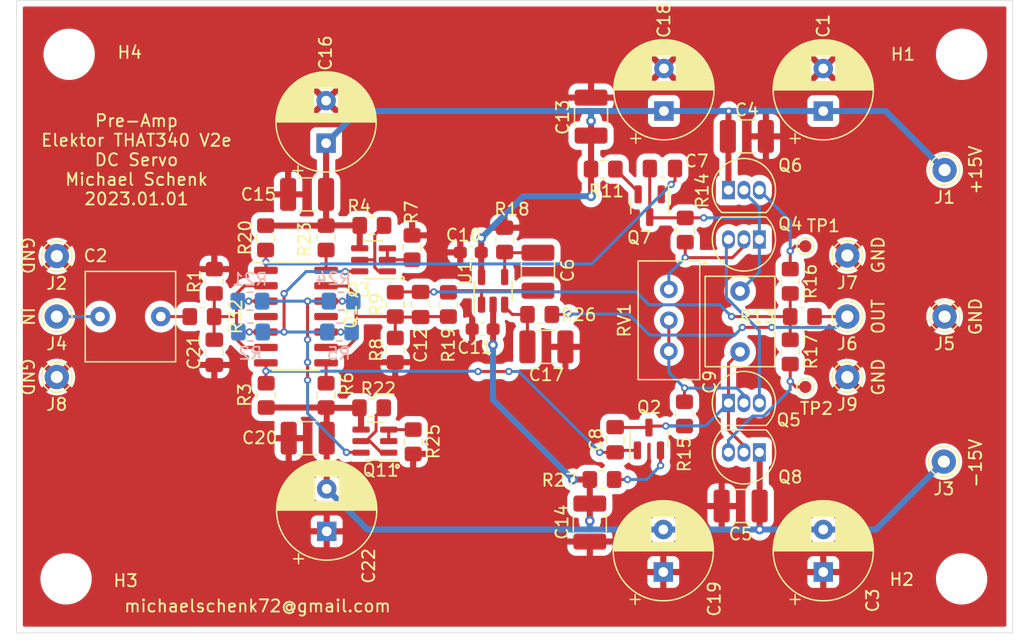
<source format=kicad_pcb>
(kicad_pcb (version 20211014) (generator pcbnew)
  (layers (0 "F.Cu" signal) (31 "B.Cu" signal) (34 "B.Paste" user) (35 "F.Paste" user) (36 "B.SilkS" user "B.Silkscreen") (37 "F.SilkS" user "F.Silkscreen") (38 "B.Mask" user) (39 "F.Mask" user) (44 "Edge.Cuts" user))
  (net 0 "")
  (net 1 "GND")
  (net 2 "+15V")
  (net 3 "Net-(C2-Pad2)")
  (net 4 "Net-(C2-Pad1)")
  (net 5 "-15V")
  (net 6 "Net-(Q2-Pad2)")
  (net 7 "Net-(Q7-Pad2)")
  (net 8 "Net-(C12-Pad2)")
  (net 9 "Net-(C12-Pad1)")
  (net 10 "Net-(Q11-Pad1)")
  (net 11 "Net-(Q11-Pad6)")
  (net 12 "Net-(Q11-Pad2)")
  (net 13 "Net-(Q1-Pad1)")
  (net 14 "Net-(Q1-Pad7)")
  (net 15 "Net-(Q1-Pad3)")
  (net 16 "Net-(Q3-Pad6)")
  (net 17 "Net-(Q3-Pad1)")
  (net 18 "Net-(Q3-Pad2)")
  (net 19 "Net-(C9-Pad2)")
  (net 20 "Net-(C9-Pad1)")
  (net 21 "Net-(Q4-Pad3)")
  (net 22 "Net-(Q4-Pad2)")
  (net 23 "Net-(Q5-Pad2)")
  (net 24 "Net-(Q6-Pad3)")
  (net 25 "Net-(Q1-Pad5)")
  (net 26 "Net-(Q8-Pad3)")
  (net 27 "Net-(C21-Pad2)")
  (net 28 "Net-(C6-Pad2)")
  (net 29 "DCSERVO_OUT")
  (net 30 "Net-(C17-Pad2)")
  (net 31 "DCSERVO_IN")
  (net 32 "Net-(Q1-Pad8)")
  (net 33 "Net-(Q1-Pad10)")
  (net 34 "Net-(Q1-Pad12)")
  (net 35 "Net-(Q1-Pad14)")
  (footprint "Capacitor_THT:CP_Radial_D8.0mm_P3.50mm" (layer "F.Cu") (at 188.2648 105.0036 90)
    (fp_text reference "C1")
    (fp_text value "220uF")
  )
  (footprint "Capacitor_THT:C_Rect_L7.2mm_W7.2mm_P5.00mm_FKS2_FKP2_MKS2_MKP2" (layer "F.Cu") (at 133.778 121.92 180)
    (fp_text reference "C2")
    (fp_text value "3.3uF")
  )
  (footprint "Capacitor_SMD:C_1210_3225Metric_Pad1.33x2.70mm_HandSolder" (layer "F.Cu") (at 181.4699 137.5156 180)
    (fp_text reference "C5")
    (fp_text value "100nF")
  )
  (footprint "Connector_Pin:Pin_D1.0mm_L10.0mm" (layer "F.Cu") (at 125.222 116.9416)
    (fp_text reference "J2")
    (fp_text value "Conn_01x01")
  )
  (footprint "Connector_Pin:Pin_D1.0mm_L10.0mm" (layer "F.Cu") (at 125.222 121.92)
    (fp_text reference "J4")
    (fp_text value "Conn_01x01")
  )
  (footprint "Package_TO_SOT_SMD:SOT-23" (layer "F.Cu") (at 173.99 112.792 -90)
    (fp_text reference "Q7")
    (fp_text value "BC860C")
  )
  (footprint "Resistor_SMD:R_0805_2012Metric_Pad1.20x1.40mm_HandSolder" (layer "F.Cu") (at 138.176 119.015 90)
    (fp_text reference "R1")
    (fp_text value "10k")
  )
  (footprint "Resistor_SMD:R_0805_2012Metric_Pad1.20x1.40mm_HandSolder" (layer "F.Cu") (at 142.4432 128.4064 -90)
    (fp_text reference "R3")
    (fp_text value "806R")
  )
  (footprint "Resistor_SMD:R_0805_2012Metric_Pad1.20x1.40mm_HandSolder" (layer "F.Cu") (at 151.1369 114.4168)
    (fp_text reference "R4")
    (fp_text value "140R")
  )
  (footprint "Resistor_SMD:R_0805_2012Metric_Pad1.20x1.40mm_HandSolder" (layer "F.Cu") (at 147.3708 128.4064 -90)
    (fp_text reference "R6")
    (fp_text value "806R")
  )
  (footprint "Resistor_SMD:R_0805_2012Metric_Pad1.20x1.40mm_HandSolder" (layer "F.Cu") (at 153.0604 120.92 -90)
    (fp_text reference "R9")
    (fp_text value "10k")
  )
  (footprint "MountingHole:MountingHole_3.2mm_M3" (layer "F.Cu") (at 199.644 143.51)
    (fp_text reference "H2")
    (fp_text value "MountingHole")
  )
  (footprint "MountingHole:MountingHole_3.2mm_M3" (layer "F.Cu") (at 199.644 100.33)
    (fp_text reference "H1")
    (fp_text value "MountingHole")
  )
  (footprint "Resistor_SMD:R_0805_2012Metric_Pad1.20x1.40mm_HandSolder" (layer "F.Cu") (at 170.164 109.7788)
    (fp_text reference "R11")
    (fp_text value "249R")
  )
  (footprint "MountingHole:MountingHole_3.2mm_M3" (layer "F.Cu") (at 126.238 100.33)
    (fp_text reference "H4")
    (fp_text value "MountingHole")
  )
  (footprint "Resistor_SMD:R_0805_2012Metric_Pad1.20x1.40mm_HandSolder" (layer "F.Cu") (at 153.0604 124.6773 -90)
    (fp_text reference "R8")
    (fp_text value "4.7k")
  )
  (footprint "Capacitor_SMD:C_0805_2012Metric_Pad1.18x1.45mm_HandSolder" (layer "F.Cu") (at 155.1432 120.9255 -90)
    (fp_text reference "C12")
    (fp_text value "4.7pF")
  )
  (footprint "Capacitor_SMD:C_1210_3225Metric_Pad1.33x2.70mm_HandSolder" (layer "F.Cu") (at 169.0624 138.8749 -90)
    (fp_text reference "C14")
    (fp_text value "100nF")
  )
  (footprint "Resistor_SMD:R_0805_2012Metric_Pad1.20x1.40mm_HandSolder" (layer "F.Cu") (at 154.4422 116.2362 90)
    (fp_text reference "R7")
    (fp_text value "10k")
  )
  (footprint "Connector_Pin:Pin_D1.0mm_L10.0mm" (layer "F.Cu") (at 190.246 121.92)
    (fp_text reference "J6")
    (fp_text value "Conn_01x01")
  )
  (footprint "Connector_Pin:Pin_D1.0mm_L10.0mm" (layer "F.Cu") (at 190.246 116.8908)
    (fp_text reference "J7")
    (fp_text value "Conn_01x01")
  )
  (footprint "Resistor_SMD:R_0805_2012Metric_Pad1.20x1.40mm_HandSolder" (layer "F.Cu") (at 142.3924 115.4336 -90)
    (fp_text reference "R20")
    (fp_text value "806R")
  )
  (footprint "Resistor_SMD:R_0805_2012Metric_Pad1.20x1.40mm_HandSolder" (layer "F.Cu") (at 151.114 129.4318 180)
    (fp_text reference "R22")
    (fp_text value "140R")
  )
  (footprint "Resistor_SMD:R_0805_2012Metric_Pad1.20x1.40mm_HandSolder" (layer "F.Cu") (at 147.3708 115.4336 -90)
    (fp_text reference "R23")
    (fp_text value "806R")
  )
  (footprint "Resistor_SMD:R_0805_2012Metric_Pad1.20x1.40mm_HandSolder" (layer "F.Cu") (at 154.5336 132.2235 90)
    (fp_text reference "R25")
    (fp_text value "10k")
  )
  (footprint "Resistor_SMD:R_0805_2012Metric_Pad1.20x1.40mm_HandSolder" (layer "F.Cu") (at 170.0624 135.3312 180)
    (fp_text reference "R27")
    (fp_text value "249R")
  )
  (footprint "Connector_Pin:Pin_D1.0mm_L10.0mm" (layer "F.Cu") (at 198.247 109.855)
    (fp_text reference "J1")
    (fp_text value "Conn_01x01")
  )
  (footprint "Connector_Pin:Pin_D1.0mm_L10.0mm" (layer "F.Cu") (at 198.1835 133.858)
    (fp_text reference "J3")
    (fp_text value "Conn_01x01")
  )
  (footprint "Connector_Pin:Pin_D1.0mm_L10.0mm" (layer "F.Cu") (at 198.247 121.92)
    (fp_text reference "J5")
    (fp_text value "Conn_01x01")
  )
  (footprint "Capacitor_THT:CP_Radial_D8.0mm_P3.50mm" (layer "F.Cu") (at 175.1584 105 90)
    (fp_text reference "C18")
    (fp_text value "220uF")
  )
  (footprint "Capacitor_THT:CP_Radial_D8.0mm_P3.50mm" (layer "F.Cu") (at 175.1076 142.946 90)
    (fp_text reference "C19")
    (fp_text value "220uF")
  )
  (footprint "Resistor_SMD:R_0805_2012Metric_Pad1.20x1.40mm_HandSolder" (layer "F.Cu") (at 186.547 121.92 180)
    (fp_text reference "R13")
    (fp_text value "47R")
  )
  (footprint "Package_SO:SC-74-6_1.5x2.9mm_P0.95mm" (layer "F.Cu") (at 151.2744 117.2464 180)
    (fp_text reference "Q3")
    (fp_text value "BCM857DS,115")
  )
  (footprint "Package_SO:SC-74-6_1.5x2.9mm_P0.95mm" (layer "F.Cu") (at 151.3848 132.1709 180)
    (fp_text reference "Q11")
    (fp_text value "BCM847DS,115")
  )
  (footprint "Capacitor_SMD:C_1210_3225Metric_Pad1.33x2.70mm_HandSolder" (layer "F.Cu") (at 169.164 105.4608 -90)
    (fp_text reference "C13")
    (fp_text value "100nF")
  )
  (footprint "Package_SO:SOIC-14_3.9x8.7mm_P1.27mm" (layer "F.Cu") (at 144.894537 121.92)
    (fp_text reference "Q1")
    (fp_text value "THAT340")
  )
  (footprint "Capacitor_THT:C_Rect_L7.2mm_W5.5mm_P5.00mm_FKS2_FKP2_MKS2_MKP2" (layer "F.Cu") (at 181.4195 124.8245 90)
    (fp_text reference "C9")
    (fp_text value "1uF")
  )
  (footprint "Package_TO_SOT_SMD:SOT-23" (layer "F.Cu") (at 173.9265 131.9944 90)
    (fp_text reference "Q2")
    (fp_text value "BC850C")
  )
  (footprint "Package_TO_SOT_THT:TO-92_Inline" (layer "F.Cu") (at 183.007 115.57 180)
    (fp_text reference "Q4")
    (fp_text value "BC550C")
  )
  (footprint "Package_TO_SOT_THT:TO-92_Inline" (layer "F.Cu") (at 180.467 129.032)
    (fp_text reference "Q5")
    (fp_text value "BC560C")
  )
  (footprint "Package_TO_SOT_THT:TO-92_Inline" (layer "F.Cu") (at 180.467 111.506)
    (fp_text reference "Q6")
    (fp_text value "BC337-40")
  )
  (footprint "Package_TO_SOT_THT:TO-92_Inline" (layer "F.Cu") (at 183.007 133.096 180)
    (fp_text reference "Q8")
    (fp_text value "BC327-40")
  )
  (footprint "Resistor_SMD:R_0805_2012Metric_Pad1.20x1.40mm_HandSolder" (layer "F.Cu") (at 176.911 114.792 -90)
    (fp_text reference "R14")
    (fp_text value "390R")
  )
  (footprint "Resistor_SMD:R_0805_2012Metric_Pad1.20x1.40mm_HandSolder" (layer "F.Cu") (at 176.8475 129.9309 -90)
    (fp_text reference "R15")
    (fp_text value "390R")
  )
  (footprint "Resistor_SMD:R_0805_2012Metric_Pad1.20x1.40mm_HandSolder" (layer "F.Cu") (at 185.547 119.015 -90)
    (fp_text reference "R16")
    (fp_text value "10R")
  )
  (footprint "Resistor_SMD:R_0805_2012Metric_Pad1.20x1.40mm_HandSolder" (layer "F.Cu") (at 185.547 124.825 -90)
    (fp_text reference "R17")
    (fp_text value "10R")
  )
  (footprint "Potentiometer_THT:Potentiometer_Bourns_3296W_Vertical" (layer "F.Cu") (at 175.5648 119.6848 90)
    (fp_text reference "RV1")
    (fp_text value "10k")
  )
  (footprint "MountingHole:MountingHole_3.2mm_M3" (layer "F.Cu") (at 125.984 143.51)
    (fp_text reference "H3")
    (fp_text value "MountingHole")
  )
  (footprint "Capacitor_SMD:C_1210_3225Metric_Pad1.33x2.70mm_HandSolder" (layer "F.Cu") (at 181.9779 107.0864 180)
    (fp_text reference "C4")
    (fp_text value "100nF")
  )
  (footprint "Capacitor_THT:CP_Radial_D8.0mm_P3.50mm" (layer "F.Cu") (at 188.2648 142.946 90)
    (fp_text reference "C3")
    (fp_text value "220uF")
  )
  (footprint "Capacitor_SMD:C_0805_2012Metric_Pad1.18x1.45mm_HandSolder" (layer "F.Cu") (at 138.176 124.8625 90)
    (fp_text reference "C21")
    (fp_text value "33p")
  )
  (footprint "Resistor_SMD:R_0805_2012Metric_Pad1.20x1.40mm_HandSolder" (layer "F.Cu") (at 137.16 121.92 180)
    (fp_text reference "R32")
    (fp_text value "0R")
  )
  (footprint "Capacitor_SMD:C_1210_3225Metric_Pad1.33x2.70mm_HandSolder" (layer "F.Cu") (at 164.7952 118.2258 90)
    (fp_text reference "C6")
    (fp_text value "1uF/16V")
  )
  (footprint "Capacitor_SMD:C_0603_1608Metric_Pad1.08x0.95mm_HandSolder" (layer "F.Cu") (at 159.27028 116.6387)
    (fp_text reference "C10")
    (fp_text value "100nF")
  )
  (footprint "Capacitor_SMD:C_0603_1608Metric_Pad1.08x0.95mm_HandSolder" (layer "F.Cu") (at 160.24818 122.9506)
    (fp_text reference "C11")
    (fp_text value "100nF")
  )
  (footprint "Capacitor_SMD:C_1210_3225Metric_Pad1.33x2.70mm_HandSolder" (layer "F.Cu") (at 165.4941 124.4092 180)
    (fp_text reference "C17")
    (fp_text value "1uF/16V")
  )
  (footprint "Resistor_SMD:R_0805_2012Metric_Pad1.20x1.40mm_HandSolder" (layer "F.Cu") (at 162.052 115.6006 90)
    (fp_text reference "R18")
    (fp_text value "160k")
  )
  (footprint "Resistor_SMD:R_0805_2012Metric_Pad1.20x1.40mm_HandSolder" (layer "F.Cu") (at 157.4292 120.92 -90)
    (fp_text reference "R19")
    (fp_text value "47k")
  )
  (footprint "Resistor_SMD:R_0805_2012Metric_Pad1.20x1.40mm_HandSolder" (layer "F.Cu") (at 164.93668 121.7441 180)
    (fp_text reference "R26")
    (fp_text value "160k")
  )
  (footprint "Package_TO_SOT_SMD:TSOT-23-5" (layer "F.Cu") (at 161.10818 119.7991 90)
    (fp_text reference "U1")
    (fp_text value "OPA188xxDBV")
  )
  (footprint "Capacitor_SMD:C_1210_3225Metric_Pad1.33x2.70mm_HandSolder" (layer "F.Cu") (at 145.8591 131.9276 180)
    (fp_text reference "C20")
    (fp_text value "100nF")
  )
  (footprint "Capacitor_SMD:C_0805_2012Metric_Pad1.18x1.45mm_HandSolder" (layer "F.Cu") (at 175.0353 109.728)
    (fp_text reference "C7")
    (fp_text value "22pF")
  )
  (footprint "TestPoint:TestPoint_Pad_D1.0mm" (layer "F.Cu") (at 186.7916 127.7112)
    (fp_text reference "TP2")
    (fp_text value "TestPoint")
  )
  (footprint "Capacitor_THT:CP_Radial_D8.0mm_P3.50mm" (layer "F.Cu") (at 147.4216 139.5984 90)
    (fp_text reference "C22")
    (fp_text value "220uF")
  )
  (footprint "Capacitor_SMD:C_1210_3225Metric_Pad1.33x2.70mm_HandSolder" (layer "F.Cu") (at 145.8083 111.8616)
    (fp_text reference "C15")
    (fp_text value "100nF")
  )
  (footprint "Connector_Pin:Pin_D1.0mm_L10.0mm" (layer "F.Cu") (at 125.222 126.8984)
    (fp_text reference "J8")
    (fp_text value "Conn_01x01")
  )
  (footprint "TestPoint:TestPoint_Pad_D1.0mm" (layer "F.Cu") (at 186.7916 116.1288)
    (fp_text reference "TP1")
    (fp_text value "TestPoint")
  )
  (footprint "Connector_Pin:Pin_D1.0mm_L10.0mm" (layer "F.Cu") (at 190.246 126.8984)
    (fp_text reference "J9")
    (fp_text value "Conn_01x01")
  )
  (footprint "Capacitor_THT:CP_Radial_D8.0mm_P3.50mm" (layer "F.Cu") (at 147.3708 107.6452 90)
    (fp_text reference "C16")
    (fp_text value "220uF")
  )
  (footprint "Capacitor_SMD:C_0805_2012Metric_Pad1.18x1.45mm_HandSolder" (layer "F.Cu") (at 171.1452 132.0585 -90)
    (fp_text reference "C8")
    (fp_text value "22pF")
  )
  (footprint "Resistor_SMD:R_0805_2012Metric_Pad1.20x1.40mm_HandSolder" (layer "B.Cu") (at 141.1572 123.19 180)
    (fp_text reference "R2")
    (fp_text value "80.6R")
  )
  (footprint "Resistor_SMD:R_0805_2012Metric_Pad1.20x1.40mm_HandSolder" (layer "B.Cu") (at 148.4724 123.19)
    (fp_text reference "R5")
    (fp_text value "80.6R")
  )
  (footprint "Resistor_SMD:R_0805_2012Metric_Pad1.20x1.40mm_HandSolder" (layer "B.Cu") (at 141.1064 120.65)
    (fp_text reference "R21")
    (fp_text value "80.6R")
  )
  (footprint "Resistor_SMD:R_0805_2012Metric_Pad1.20x1.40mm_HandSolder" (layer "B.Cu") (at 148.606 120.65 180)
    (fp_text reference "R24")
    (fp_text value "80.6R")
  )
  (gr_line (start 203.835 95.885) (end 121.92 95.885) (layer "Edge.Cuts") (width 0.05))
  (gr_line (start 203.835 147.955) (end 203.835 95.885) (layer "Edge.Cuts") (width 0.05))
  (gr_line (start 121.92 147.955) (end 203.835 147.955) (layer "Edge.Cuts") (width 0.05))
  (gr_line (start 121.92 96.52) (end 121.92 147.955) (layer "Edge.Cuts") (width 0.05))
  (gr_line (start 121.92 95.885) (end 121.92 96.52) (layer "Edge.Cuts") (width 0.05))
  (gr_text "GND" (at 192.786 116.84 90) (layer "F.SilkS") (effects (font (size 1 1))))
  (gr_text "OUT" (at 192.786 121.92 90) (layer "F.SilkS") (effects (font (size 1 1))))
  (gr_text "michaelschenk72@gmail.com" (at 141.732 145.7452) (layer "F.SilkS") (effects (font (size 1 1))))
  (gr_text "GND" (at 200.787 121.92 90) (layer "F.SilkS") (effects (font (size 1 1))))
  (gr_text "+15V" (at 200.787 109.855 90) (layer "F.SilkS") (effects (font (size 1 1))))
  (gr_text "-15V" (at 200.787 133.985 90) (layer "F.SilkS") (effects (font (size 1 1))))
  (gr_text "Pre-Amp\nElektor THAT340 V2e\nDC Servo\nMichael Schenk\n2023.01.01" (at 131.7752 109.0168) (layer "F.SilkS") (effects (font (size 1 1))))
  (gr_text "°" (at 153.2348 133.8448 180) (layer "F.SilkS") (effects (font (size 1 1))))
  (gr_text "IN" (at 122.809 121.92 270) (layer "F.SilkS") (effects (font (size 1 1))))
  (gr_text "GND" (at 192.786 126.8984 90) (layer "F.SilkS") (effects (font (size 1 1))))
  (gr_text "GND" (at 122.809 116.8908 270) (layer "F.SilkS") (effects (font (size 1 1))))
  (gr_text "GND" (at 122.809 126.8984 270) (layer "F.SilkS") (effects (font (size 1 1))))
  (gr_text "°" (at 178.562 117.9068) (layer "F.SilkS") (effects (font (size 1 1))))
  (gr_text "°" (at 153.6446 119.1768) (layer "F.SilkS") (effects (font (size 1 1))))
  (segment (start 150.1369 114.4168) (end 147.3876 114.4168) (width 0.5) (layer "F.Cu") (net 2))
  (segment (start 160.13278 116.6387) (end 160.13278 115.4703) (width 0.5) (layer "F.Cu") (net 2))
  (segment (start 147.3876 114.4168) (end 147.3708 114.4336) (width 0.5) (layer "F.Cu") (net 2))
  (segment (start 142.3924 114.4336) (end 147.3708 114.4336) (width 0.5) (layer "F.Cu") (net 2))
  (segment (start 180.467 111.506) (end 180.467 107.061) (width 0.5) (layer "F.Cu") (net 2))
  (segment (start 147.3708 111.8616) (end 147.3708 114.4336) (width 0.5) (layer "F.Cu") (net 2))
  (segment (start 147.3708 107.6452) (end 147.3708 111.8616) (width 0.5) (layer "F.Cu") (net 2))
  (segment (start 169.164 107.0233) (end 169.164 105.8164) (width 0.5) (layer "F.Cu") (net 2))
  (segment (start 150.1369 114.4168) (end 150.1369 116.2964) (width 0.5) (layer "F.Cu") (net 2))
  (segment (start 169.164 107.0233) (end 169.164 109.7788) (width 0.5) (layer "F.Cu") (net 2))
  (segment (start 180.467 105.0218) (end 180.4888 105) (width 0.5) (layer "F.Cu") (net 2))
  (segment (start 180.467 107.061) (end 180.467 105.0218) (width 0.5) (layer "F.Cu") (net 2))
  (segment (start 169.164 109.7788) (end 169.164 112.014) (width 0.5) (layer "F.Cu") (net 2))
  (segment (start 160.13278 116.6387) (end 160.13278 118.4637) (width 0.5) (layer "F.Cu") (net 2))
  (via (at 169.164 105.8164) (size 0.8) (drill 0.4) (layers "F.Cu" "B.Cu") (net 2))
  (via (at 180.4888 105) (size 0.6) (drill 0.3) (layers "F.Cu" "B.Cu") (net 2))
  (via (at 169.164 112.014) (size 0.8) (drill 0.4) (layers "F.Cu" "B.Cu") (net 2))
  (via (at 160.13278 115.4703) (size 0.8) (drill 0.4) (layers "F.Cu" "B.Cu") (net 2))
  (segment (start 198.247 109.855) (end 193.3956 105.0036) (width 0.5) (layer "B.Cu") (net 2))
  (segment (start 150.016 105) (end 147.3708 107.6452) (width 0.5) (layer "B.Cu") (net 2))
  (segment (start 180.4888 105) (end 175.1584 105) (width 0.5) (layer "B.Cu") (net 2))
  (segment (start 193.3956 105.0036) (end 188 105.0036) (width 0.5) (layer "B.Cu") (net 2))
  (segment (start 169.008 105) (end 150.016 105) (width 0.5) (layer "B.Cu") (net 2))
  (segment (start 169.164 112.014) (end 163.58908 112.014) (width 0.5) (layer "B.Cu") (net 2))
  (segment (start 169.164 105.156) (end 169.008 105) (width 0.5) (layer "B.Cu") (net 2))
  (segment (start 180.4888 105) (end 187.9964 105) (width 0.5) (layer "B.Cu") (net 2))
  (segment (start 169.164 105.8164) (end 169.164 105.156) (width 0.5) (layer "B.Cu") (net 2))
  (segment (start 163.58908 112.014) (end 160.13278 115.4703) (width 0.5) (layer "B.Cu") (net 2))
  (segment (start 175.1584 105) (end 169.008 105) (width 0.5) (layer "B.Cu") (net 2))
  (segment (start 125.222 121.92) (end 128.778 121.92) (width 0.25) (layer "B.Cu") (net 3))
  (segment (start 133.778 121.92) (end 136.16 121.92) (width 0.25) (layer "F.Cu") (net 4))
  (segment (start 169.0624 137.3124) (end 169.0624 138.7348) (width 0.5) (layer "F.Cu") (net 5))
  (segment (start 142.4432 129.4064) (end 147.3708 129.4064) (width 0.5) (layer "F.Cu") (net 5))
  (segment (start 147.4216 129.4572) (end 147.3708 129.4064) (width 0.5) (layer "F.Cu") (net 5))
  (segment (start 183.0324 137.5156) (end 183.0324 139.446) (width 0.5) (layer "F.Cu") (net 5))
  (segment (start 150.2473 131.2209) (end 150.2473 129.5651) (width 0.5) (layer "F.Cu") (net 5))
  (segment (start 147.4216 136.0984) (end 147.4216 131.9276) (width 0.5) (layer "F.Cu") (net 5))
  (segment (start 147.3962 129.4318) (end 147.3708 129.4064) (width 0.5) (layer "F.Cu") (net 5))
  (segment (start 150.114 129.4318) (end 147.3962 129.4318) (width 0.5) (layer "F.Cu") (net 5))
  (segment (start 161.11068 122.9506) (end 161.11068 121.1116) (width 0.5) (layer "F.Cu") (net 5))
  (segment (start 161.11068 124.246) (end 161.09798 124.2587) (width 0.5) (layer "F.Cu") (net 5))
  (segment (start 161.11068 122.9506) (end 161.11068 124.246) (width 0.5) (layer "F.Cu") (net 5))
  (segment (start 150.2473 129.5651) (end 150.114 129.4318) (width 0.5) (layer "F.Cu") (net 5))
  (segment (start 169.0624 135.3312) (end 167.6654 135.3312) (width 0.5) (layer "F.Cu") (net 5))
  (segment (start 169.0624 137.3124) (end 169.0624 135.3312) (width 0.5) (layer "F.Cu") (net 5))
  (segment (start 147.4216 131.9276) (end 147.4216 129.4572) (width 0.5) (layer "F.Cu") (net 5))
  (segment (start 183.0324 137.5156) (end 183.0324 133.1214) (width 0.5) (layer "F.Cu") (net 5))
  (via (at 161.09798 124.2587) (size 0.8) (drill 0.4) (layers "F.Cu" "B.Cu") (net 5))
  (via (at 183.0324 139.446) (size 0.8) (drill 0.4) (layers "F.Cu" "B.Cu") (net 5))
  (via (at 169.0624 138.7348) (size 0.8) (drill 0.4) (layers "F.Cu" "B.Cu") (net 5))
  (via (at 167.6654 135.3312) (size 0.8) (drill 0.4) (layers "F.Cu" "B.Cu") (net 5))
  (segment (start 169.0624 138.7348) (end 169.0624 139.446) (width 0.5) (layer "B.Cu") (net 5))
  (segment (start 161.09798 124.2587) (end 161.09798 128.76378) (width 0.5) (layer "B.Cu") (net 5))
  (segment (start 175.1076 139.446) (end 169.0624 139.446) (width 0.5) (layer "B.Cu") (net 5))
  (segment (start 188.2648 139.446) (end 183.0324 139.446) (width 0.5) (layer "B.Cu") (net 5))
  (segment (start 150.7692 139.446) (end 147.4216 136.0984) (width 0.5) (layer "B.Cu") (net 5))
  (segment (start 183.0324 139.446) (end 175.1076 139.446) (width 0.5) (layer "B.Cu") (net 5))
  (segment (start 161.09798 128.76378) (end 167.6654 135.3312) (width 0.5) (layer "B.Cu") (net 5))
  (segment (start 192.5955 139.446) (end 198.1835 133.858) (width 0.5) (layer "B.Cu") (net 5))
  (segment (start 188.2648 139.446) (end 192.5955 139.446) (width 0.5) (layer "B.Cu") (net 5))
  (segment (start 169.0624 139.446) (end 150.7692 139.446) (width 0.5) (layer "B.Cu") (net 5))
  (segment (start 174.879 132.9344) (end 174.8765 132.9319) (width 0.25) (layer "F.Cu") (net 6))
  (segment (start 174.879 134.1882) (end 174.879 132.9344) (width 0.25) (layer "F.Cu") (net 6))
  (segment (start 171.0624 135.3312) (end 172.1612 135.3312) (width 0.25) (layer "F.Cu") (net 6))
  (via (at 174.879 134.1882) (size 0.6) (drill 0.3) (layers "F.Cu" "B.Cu") (net 6))
  (via (at 172.1612 135.3312) (size 0.6) (drill 0.3) (layers "F.Cu" "B.Cu") (net 6))
  (segment (start 173.736 135.3312) (end 174.879 134.1882) (width 0.25) (layer "B.Cu") (net 6))
  (segment (start 172.1612 135.3312) (end 173.736 135.3312) (width 0.25) (layer "B.Cu") (net 6))
  (segment (start 173.04 111.6548) (end 171.164 109.7788) (width 0.25) (layer "F.Cu") (net 7))
  (segment (start 153.1034 121.963) (end 153.0604 121.92) (width 0.25) (layer "F.Cu") (net 8))
  (segment (start 149.86 121.92) (end 149.8346 121.8946) (width 0.25) (layer "F.Cu") (net 8))
  (segment (start 149.0726 119.4054) (end 147.4328 119.4054) (width 0.25) (layer "F.Cu") (net 8))
  (segment (start 147.382 124.4346) (end 149.1234 124.4346) (width 0.25) (layer "F.Cu") (net 8))
  (segment (start 155.1432 121.963) (end 153.1034 121.963) (width 0.25) (layer "F.Cu") (net 8))
  (segment (start 149.8346 121.8946) (end 149.8346 120.1674) (width 0.25) (layer "F.Cu") (net 8))
  (segment (start 149.8346 123.7234) (end 149.8346 121.8946) (width 0.25) (layer "F.Cu") (net 8))
  (segment (start 153.0604 123.6773) (end 153.0604 121.92) (width 0.25) (layer "F.Cu") (net 8))
  (segment (start 149.1234 124.4346) (end 149.8346 123.7234) (width 0.25) (layer "F.Cu") (net 8))
  (segment (start 157.4292 121.92) (end 155.1862 121.92) (width 0.25) (layer "F.Cu") (net 8))
  (segment (start 153.0604 121.92) (end 149.86 121.92) (width 0.25) (layer "F.Cu") (net 8))
  (segment (start 149.8346 120.1674) (end 149.0726 119.4054) (width 0.25) (layer "F.Cu") (net 8))
  (segment (start 185.547 123.825) (end 185.547 121.92) (width 0.25) (layer "F.Cu") (net 9))
  (segment (start 185.547 121.92) (end 185.547 120.015) (width 0.25) (layer "F.Cu") (net 9))
  (segment (start 155.1432 119.888) (end 153.0604 119.888) (width 0.25) (layer "F.Cu") (net 9))
  (segment (start 156.2297 119.888) (end 155.1432 119.888) (width 0.25) (layer "F.Cu") (net 9))
  (segment (start 180.721 121.92) (end 185.547 121.92) (width 0.25) (layer "F.Cu") (net 9))
  (via (at 156.2297 119.888) (size 0.6) (drill 0.3) (layers "F.Cu" "B.Cu") (net 9))
  (via (at 180.721 121.92) (size 0.6) (drill 0.3) (layers "F.Cu" "B.Cu") (net 9))
  (segment (start 172.8724 119.888) (end 173.9392 120.9548) (width 0.25) (layer "B.Cu") (net 9))
  (segment (start 173.9392 120.9548) (end 179.7558 120.9548) (width 0.25) (layer "B.Cu") (net 9))
  (segment (start 179.7558 120.9548) (end 180.721 121.92) (width 0.25) (layer "B.Cu") (net 9))
  (segment (start 156.2297 119.888) (end 172.8724 119.888) (width 0.25) (layer "B.Cu") (net 9))
  (segment (start 151.9098 133.1209) (end 152.5223 133.1209) (width 0.25) (layer "F.Cu") (net 10))
  (segment (start 151.4848 131.332296) (end 151.4848 130.061) (width 0.25) (layer "F.Cu") (net 10))
  (segment (start 150.9598 132.1709) (end 151.9098 133.1209) (width 0.25) (layer "F.Cu") (net 10))
  (segment (start 151.4848 130.061) (end 152.114 129.4318) (width 0.25) (layer "F.Cu") (net 10))
  (segment (start 150.2473 132.1709) (end 150.9598 132.1709) (width 0.25) (layer "F.Cu") (net 10))
  (segment (start 150.646196 132.1709) (end 151.4848 131.332296) (width 0.25) (layer "F.Cu") (net 10))
  (segment (start 150.2473 132.1709) (end 150.646196 132.1709) (width 0.25) (layer "F.Cu") (net 10))
  (segment (start 145.8468 125.6792) (end 145.8468 127.1524) (width 0.25) (layer "F.Cu") (net 11))
  (segment (start 145.8468 120.65) (end 145.8468 123.8145) (width 0.25) (layer "F.Cu") (net 11))
  (segment (start 149.0472 133.096) (end 150.2224 133.096) (width 0.25) (layer "F.Cu") (net 11))
  (segment (start 150.2224 133.096) (end 150.2473 133.1209) (width 0.25) (layer "F.Cu") (net 11))
  (via (at 145.8468 125.6792) (size 0.6) (drill 0.3) (layers "F.Cu" "B.Cu") (net 11))
  (via (at 149.0472 133.096) (size 0.6) (drill 0.3) (layers "F.Cu" "B.Cu") (net 11))
  (via (at 145.8468 120.65) (size 0.6) (drill 0.3) (layers "F.Cu" "B.Cu") (net 11))
  (via (at 145.8468 123.8145) (size 0.6) (drill 0.3) (layers "F.Cu" "B.Cu") (net 11))
  (via (at 145.8468 127.1524) (size 0.6) (drill 0.3) (layers "F.Cu" "B.Cu") (net 11))
  (segment (start 145.8468 129.8956) (end 149.0472 133.096) (width 0.25) (layer "B.Cu") (net 11))
  (segment (start 145.8468 120.65) (end 142.1064 120.65) (width 0.25) (layer "B.Cu") (net 11))
  (segment (start 145.8468 127.1524) (end 145.8468 129.8956) (width 0.25) (layer "B.Cu") (net 11))
  (segment (start 145.8468 123.8145) (end 145.8468 125.6792) (width 0.25) (layer "B.Cu") (net 11))
  (segment (start 147.606 120.65) (end 145.8468 120.65) (width 0.25) (layer "B.Cu") (net 11))
  (segment (start 152.5223 132.1709) (end 152.5223 131.2209) (width 0.25) (layer "F.Cu") (net 12))
  (segment (start 152.5249 131.2235) (end 152.5223 131.2209) (width 0.25) (layer "F.Cu") (net 12))
  (segment (start 154.5336 131.2235) (end 152.5249 131.2235) (width 0.25) (layer "F.Cu") (net 12))
  (segment (start 142.419537 117.422463) (end 142.419537 116.460737) (width 0.25) (layer "F.Cu") (net 13))
  (segment (start 176.0728 109.728) (end 176.0728 110.7217) (width 0.25) (layer "F.Cu") (net 13))
  (segment (start 175.75685 111.03765) (end 174.94 111.8545) (width 0.25) (layer "F.Cu") (net 13))
  (segment (start 176.0728 110.7217) (end 175.75685 111.03765) (width 0.25) (layer "F.Cu") (net 13))
  (segment (start 142.419537 118.11) (end 142.419537 117.422463) (width 0.25) (layer "F.Cu") (net 13))
  (via (at 175.75685 111.03765) (size 0.6) (drill 0.3) (layers "F.Cu" "B.Cu") (net 13))
  (via (at 142.419537 117.422463) (size 0.6) (drill 0.3) (layers "F.Cu" "B.Cu") (net 13))
  (segment (start 175.75685 111.03765) (end 169.2079 117.5866) (width 0.25) (layer "B.Cu") (net 13))
  (segment (start 142.583674 117.5866) (end 142.419537 117.422463) (width 0.25) (layer "B.Cu") (net 13))
  (segment (start 169.2079 117.5866) (end 142.583674 117.5866) (width 0.25) (layer "B.Cu") (net 13))
  (segment (start 172.974 132.9294) (end 172.9765 132.9319) (width 0.25) (layer "F.Cu") (net 14))
  (segment (start 172.9765 132.9319) (end 171.3093 132.9319) (width 0.25) (layer "F.Cu") (net 14))
  (segment (start 159.8676 126.4412) (end 162.4076 126.4412) (width 0.25) (layer "F.Cu") (net 14))
  (segment (start 171.1452 133.096) (end 169.8752 133.096) (width 0.25) (layer "F.Cu") (net 14))
  (segment (start 171.3093 132.9319) (end 171.1452 133.096) (width 0.25) (layer "F.Cu") (net 14))
  (segment (start 142.419537 125.73) (end 142.419537 126.414063) (width 0.25) (layer "F.Cu") (net 14))
  (segment (start 142.419537 126.414063) (end 142.419537 127.382737) (width 0.25) (layer "F.Cu") (net 14))
  (via (at 162.4076 126.4412) (size 0.6) (drill 0.3) (layers "F.Cu" "B.Cu") (net 14))
  (via (at 142.419537 126.414063) (size 0.6) (drill 0.3) (layers "F.Cu" "B.Cu") (net 14))
  (via (at 159.8676 126.4412) (size 0.6) (drill 0.3) (layers "F.Cu" "B.Cu") (net 14))
  (via (at 169.8752 133.096) (size 0.6) (drill 0.3) (layers "F.Cu" "B.Cu") (net 14))
  (segment (start 163.2204 126.4412) (end 162.4076 126.4412) (width 0.25) (layer "B.Cu") (net 14))
  (segment (start 142.419537 126.414063) (end 159.840463 126.414063) (width 0.25) (layer "B.Cu") (net 14))
  (segment (start 169.8752 133.096) (end 163.2204 126.4412) (width 0.25) (layer "B.Cu") (net 14))
  (segment (start 159.840463 126.414063) (end 159.8676 126.4412) (width 0.25) (layer "B.Cu") (net 14))
  (segment (start 142.419537 120.65) (end 141.0069 120.65) (width 0.25) (layer "F.Cu") (net 15))
  (via (at 141.0069 120.65) (size 0.6) (drill 0.3) (layers "F.Cu" "B.Cu") (net 15))
  (segment (start 141.0069 120.65) (end 140.1064 120.65) (width 0.25) (layer "B.Cu") (net 15))
  (segment (start 143.9164 123.19) (end 143.9164 120.0255) (width 0.25) (layer "F.Cu") (net 16))
  (segment (start 150.1369 118.1964) (end 148.9608 118.1964) (width 0.25) (layer "F.Cu") (net 16))
  (segment (start 148.9608 118.1964) (end 148.9456 118.2116) (width 0.25) (layer "F.Cu") (net 16))
  (via (at 143.9164 123.19) (size 0.6) (drill 0.3) (layers "F.Cu" "B.Cu") (net 16))
  (via (at 143.9164 120.0255) (size 0.6) (drill 0.3) (layers "F.Cu" "B.Cu") (net 16))
  (via (at 148.9456 118.2116) (size 0.6) (drill 0.3) (layers "F.Cu" "B.Cu") (net 16))
  (segment (start 145.7303 118.2116) (end 143.9164 120.0255) (width 0.25) (layer "B.Cu") (net 16))
  (segment (start 147.4724 123.19) (end 143.9164 123.19) (width 0.25) (layer "B.Cu") (net 16))
  (segment (start 148.9456 118.2116) (end 145.7303 118.2116) (width 0.25) (layer "B.Cu") (net 16))
  (segment (start 143.9164 123.19) (end 142.1572 123.19) (width 0.25) (layer "B.Cu") (net 16))
  (segment (start 151.37439 117.36879) (end 151.37439 115.17931) (width 0.25) (layer "F.Cu") (net 17))
  (segment (start 151.6994 118.1964) (end 151.37439 117.87139) (width 0.25) (layer "F.Cu") (net 17))
  (segment (start 151.252 117.2464) (end 151.37439 117.36879) (width 0.25) (layer "F.Cu") (net 17))
  (segment (start 151.37439 115.17931) (end 152.1369 114.4168) (width 0.25) (layer "F.Cu") (net 17))
  (segment (start 151.37439 117.87139) (end 151.37439 117.36879) (width 0.25) (layer "F.Cu") (net 17))
  (segment (start 150.1369 117.2464) (end 151.252 117.2464) (width 0.25) (layer "F.Cu") (net 17))
  (segment (start 152.4119 118.1964) (end 151.6994 118.1964) (width 0.25) (layer "F.Cu") (net 17))
  (segment (start 152.4119 116.2964) (end 152.4119 117.2464) (width 0.25) (layer "F.Cu") (net 18))
  (segment (start 152.4119 117.2464) (end 154.432 117.2464) (width 0.25) (layer "F.Cu") (net 18))
  (segment (start 178.435 113.792) (end 176.911 113.792) (width 0.25) (layer "F.Cu") (net 19))
  (segment (start 173.99 113.7295) (end 173.99 109.7358) (width 0.25) (layer "F.Cu") (net 19))
  (segment (start 173.99 113.792) (end 176.911 113.792) (width 0.25) (layer "F.Cu") (net 19))
  (segment (start 173.99 109.7358) (end 173.9978 109.728) (width 0.25) (layer "F.Cu") (net 19))
  (via (at 178.435 113.792) (size 0.6) (drill 0.3) (layers "F.Cu" "B.Cu") (net 19))
  (segment (start 181.4195 119.8245) (end 183.007 118.237) (width 0.25) (layer "B.Cu") (net 19))
  (segment (start 183.007 113.792) (end 178.435 113.792) (width 0.25) (layer "B.Cu") (net 19))
  (segment (start 183.007 113.792) (end 183.007 112.933095) (width 0.25) (layer "B.Cu") (net 19))
  (segment (start 183.007 112.933095) (end 181.737 111.663095) (width 0.25) (layer "B.Cu") (net 19))
  (segment (start 183.007 115.57) (end 183.007 113.792) (width 0.25) (layer "B.Cu") (net 19))
  (segment (start 183.007 118.237) (end 183.007 115.57) (width 0.25) (layer "B.Cu") (net 19))
  (segment (start 180.467 131.276) (end 180.467 129.032) (width 0.25) (layer "F.Cu") (net 20))
  (segment (start 181.737 132.546) (end 180.467 131.276) (width 0.25) (layer "F.Cu") (net 20))
  (segment (start 173.9265 131.0569) (end 173.9182 131.0486) (width 0.25) (layer "F.Cu") (net 20))
  (segment (start 175.3169 130.9309) (end 174.0525 130.9309) (width 0.25) (layer "F.Cu") (net 20))
  (segment (start 180.467 125.777) (end 181.4195 124.8245) (width 0.25) (layer "F.Cu") (net 20))
  (segment (start 176.8475 130.9309) (end 175.3169 130.9309) (width 0.25) (layer "F.Cu") (net 20))
  (segment (start 180.467 129.032) (end 180.467 125.777) (width 0.25) (layer "F.Cu") (net 20))
  (segment (start 173.9182 131.0486) (end 171.1728 131.0486) (width 0.25) (layer "F.Cu") (net 20))
  (segment (start 171.1728 131.0486) (end 171.1452 131.021) (width 0.25) (layer "F.Cu") (net 20))
  (via (at 175.3169 130.9309) (size 0.6) (drill 0.3) (layers "F.Cu" "B.Cu") (net 20))
  (segment (start 178.5874 130.9116) (end 175.3362 130.9116) (width 0.25) (layer "B.Cu") (net 20))
  (segment (start 175.3362 130.9116) (end 175.3169 130.9309) (width 0.25) (layer "B.Cu") (net 20))
  (segment (start 180.467 129.032) (end 178.5874 130.9116) (width 0.25) (layer "B.Cu") (net 20))
  (segment (start 183.007 123.077002) (end 180.294499 120.364501) (width 0.25) (layer "B.Cu") (net 21))
  (segment (start 180.294499 120.364501) (end 180.294499 115.742501) (width 0.25) (layer "B.Cu") (net 21))
  (segment (start 183.007 129.032) (end 183.007 123.077002) (width 0.25) (layer "B.Cu") (net 21))
  (segment (start 176.911 117.0686) (end 180.7884 117.0686) (width 0.25) (layer "F.Cu") (net 22))
  (segment (start 180.7884 117.0686) (end 181.737 116.12) (width 0.25) (layer "F.Cu") (net 22))
  (segment (start 176.911 115.792) (end 176.911 117.0686) (width 0.25) (layer "F.Cu") (net 22))
  (via (at 176.911 117.0686) (size 0.6) (drill 0.3) (layers "F.Cu" "B.Cu") (net 22))
  (segment (start 175.5648 118.4148) (end 175.5648 119.6848) (width 0.25) (layer "B.Cu") (net 22))
  (segment (start 176.911 117.0686) (end 175.5648 118.4148) (width 0.25) (layer "B.Cu") (net 22))
  (segment (start 175.5648 124.7648) (end 175.5648 122.2248) (width 0.25) (layer "F.Cu") (net 23))
  (segment (start 176.8475 128.9309) (end 176.8475 127.8194) (width 0.25) (layer "F.Cu") (net 23))
  (via (at 176.8602 127.8067) (size 0.6) (drill 0.3) (layers "F.Cu" "B.Cu") (net 23))
  (segment (start 176.8602 127.8067) (end 175.5648 126.5113) (width 0.25) (layer "B.Cu") (net 23))
  (segment (start 181.1667 127.8067) (end 176.8602 127.8067) (width 0.25) (layer "B.Cu") (net 23))
  (segment (start 181.737 129.032) (end 181.737 128.377) (width 0.25) (layer "B.Cu") (net 23))
  (segment (start 175.5648 126.5113) (end 175.5648 124.7648) (width 0.25) (layer "B.Cu") (net 23))
  (segment (start 181.737 128.377) (end 181.1667 127.8067) (width 0.25) (layer "B.Cu") (net 23))
  (segment (start 185.547 116.5225) (end 185.547 118.015) (width 0.25) (layer "F.Cu") (net 24))
  (segment (start 185.9407 116.1288) (end 185.547 116.5225) (width 0.25) (layer "F.Cu") (net 24))
  (segment (start 186.7916 116.1288) (end 185.9407 116.1288) (width 0.25) (layer "F.Cu") (net 24))
  (via (at 185.547 116.5225) (size 0.6) (drill 0.3) (layers "F.Cu" "B.Cu") (net 24))
  (segment (start 185.547 114.046) (end 185.547 116.5225) (width 0.25) (layer "B.Cu") (net 24))
  (segment (start 183.007 111.506) (end 185.547 114.046) (width 0.25) (layer "B.Cu") (net 24))
  (segment (start 142.419537 123.19) (end 141.0577 123.19) (width 0.25) (layer "F.Cu") (net 25))
  (via (at 141.0577 123.19) (size 0.6) (drill 0.3) (layers "F.Cu" "B.Cu") (net 25))
  (segment (start 141.0577 123.19) (end 140.1572 123.19) (width 0.25) (layer "B.Cu") (net 25))
  (segment (start 186.0042 127.7112) (end 185.547 127.254) (width 0.25) (layer "F.Cu") (net 26))
  (segment (start 185.547 127.254) (end 185.547 125.825) (width 0.25) (layer "F.Cu") (net 26))
  (segment (start 186.7916 127.7112) (end 186.0042 127.7112) (width 0.25) (layer "F.Cu") (net 26))
  (via (at 185.547 127.254) (size 0.6) (drill 0.3) (layers "F.Cu" "B.Cu") (net 26))
  (segment (start 182.45599 130.10701) (end 183.359085 130.10701) (width 0.25) (layer "B.Cu") (net 26))
  (segment (start 180.467 132.096) (end 182.45599 130.10701) (width 0.25) (layer "B.Cu") (net 26))
  (segment (start 185.547 127.919095) (end 185.547 127.254) (width 0.25) (layer "B.Cu") (net 26))
  (segment (start 180.467 133.096) (end 180.467 132.096) (width 0.25) (layer "B.Cu") (net 26))
  (segment (start 183.359085 130.10701) (end 185.547 127.919095) (width 0.25) (layer "B.Cu") (net 26))
  (segment (start 142.419537 119.38) (end 140.6652 119.38) (width 0.25) (layer "F.Cu") (net 27))
  (segment (start 140.0048 120.0404) (end 140.0048 121.92) (width 0.25) (layer "F.Cu") (net 27))
  (segment (start 138.16 121.92) (end 138.16 123.809) (width 0.25) (layer "F.Cu") (net 27))
  (segment (start 138.176 120.015) (end 138.176 121.904) (width 0.25) (layer "F.Cu") (net 27))
  (segment (start 140.0048 121.92) (end 140.0048 123.7996) (width 0.25) (layer "F.Cu") (net 27))
  (segment (start 140.6652 119.38) (end 140.0048 120.0404) (width 0.25) (layer "F.Cu") (net 27))
  (segment (start 140.6652 124.46) (end 142.419537 124.46) (width 0.25) (layer "F.Cu") (net 27))
  (segment (start 140.0048 123.7996) (end 140.6652 124.46) (width 0.25) (layer "F.Cu") (net 27))
  (segment (start 138.16 121.92) (end 140.0048 121.92) (width 0.25) (layer "F.Cu") (net 27))
  (segment (start 162.1147 116.6633) (end 162.052 116.6006) (width 0.25) (layer "F.Cu") (net 28))
  (segment (start 162.05818 118.6616) (end 162.05818 116.60678) (width 0.25) (layer "F.Cu") (net 28))
  (segment (start 164.7952 116.6633) (end 162.1147 116.6633) (width 0.25) (layer "F.Cu") (net 28))
  (segment (start 162.05818 116.60678) (end 162.052 116.6006) (width 0.25) (layer "F.Cu") (net 28))
  (segment (start 160.15818 119.80442) (end 160.1743 119.7883) (width 0.25) (layer "F.Cu") (net 29))
  (segment (start 160.1743 119.7883) (end 157.5609 119.7883) (width 0.25) (layer "F.Cu") (net 29))
  (segment (start 164.7952 119.7883) (end 160.1743 119.7883) (width 0.25) (layer "F.Cu") (net 29))
  (segment (start 160.15818 120.9366) (end 160.15818 119.80442) (width 0.25) (layer "F.Cu") (net 29))
  (segment (start 157.5609 119.7883) (end 157.4292 119.92) (width 0.25) (layer "F.Cu") (net 29))
  (segment (start 163.9316 121.74918) (end 163.93668 121.7441) (width 0.25) (layer "F.Cu") (net 30))
  (segment (start 163.9316 124.4092) (end 163.9316 121.74918) (width 0.25) (layer "F.Cu") (net 30))
  (segment (start 162.69318 121.7441) (end 162.05818 121.1091) (width 0.25) (layer "F.Cu") (net 30))
  (segment (start 163.93668 121.7441) (end 162.69318 121.7441) (width 0.25) (layer "F.Cu") (net 30))
  (segment (start 187.547 121.92) (end 190.246 121.92) (width 0.25) (layer "F.Cu") (net 31))
  (segment (start 167.3079 121.7441) (end 167.3352 121.7168) (width 0.25) (layer "F.Cu") (net 31))
  (segment (start 165.93668 121.7441) (end 167.3079 121.7441) (width 0.25) (layer "F.Cu") (net 31))
  (segment (start 181.61 122.809) (end 184.023 122.809) (width 0.25) (layer "F.Cu") (net 31))
  (via (at 184.023 122.809) (size 0.6) (drill 0.3) (layers "F.Cu" "B.Cu") (net 31))
  (via (at 181.61 122.809) (size 0.6) (drill 0.3) (layers "F.Cu" "B.Cu") (net 31))
  (via (at 167.3352 121.7168) (size 0.6) (drill 0.3) (layers "F.Cu" "B.Cu") (net 31))
  (segment (start 173.99 123.444) (end 180.975 123.444) (width 0.25) (layer "B.Cu") (net 31))
  (segment (start 180.975 123.444) (end 181.61 122.809) (width 0.25) (layer "B.Cu") (net 31))
  (segment (start 184.023 122.809) (end 189.357 122.809) (width 0.25) (layer "B.Cu") (net 31))
  (segment (start 189.357 122.809) (end 190.246 121.92) (width 0.25) (layer "B.Cu") (net 31))
  (segment (start 167.3352 121.7168) (end 172.2628 121.7168) (width 0.25) (layer "B.Cu") (net 31))
  (segment (start 172.2628 121.7168) (end 173.99 123.444) (width 0.25) (layer "B.Cu") (net 31))
  (segment (start 147.369537 125.73) (end 147.369537 127.405137) (width 0.25) (layer "F.Cu") (net 32))
  (segment (start 147.369537 123.19) (end 148.5719 123.19) (width 0.25) (layer "F.Cu") (net 33))
  (via (at 148.5719 123.19) (size 0.6) (drill 0.3) (layers "F.Cu" "B.Cu") (net 33))
  (segment (start 148.5719 123.19) (end 149.4724 123.19) (width 0.25) (layer "B.Cu") (net 33))
  (segment (start 147.369537 120.65) (end 148.7055 120.65) (width 0.25) (layer "F.Cu") (net 34))
  (via (at 148.7055 120.65) (size 0.6) (drill 0.3) (layers "F.Cu" "B.Cu") (net 34))
  (segment (start 148.7055 120.65) (end 149.606 120.65) (width 0.25) (layer "B.Cu") (net 34))
  (segment (start 147.369537 118.11) (end 147.369537 116.434863) (width 0.25) (layer "F.Cu") (net 35))
  (zone (net 1) (net_name "GND") (layer "F.Cu") (connect_pads (clearance 0.508)) (min_thickness 0.254) (fill yes (thermal_gap 0.508) (thermal_bridge_width 0.508))
    (polygon (pts (xy 203.8604 147.9804) (xy 121.92 147.9296) (xy 121.92 95.9104) (xy 203.8604 95.9104)))
  )
)
</source>
